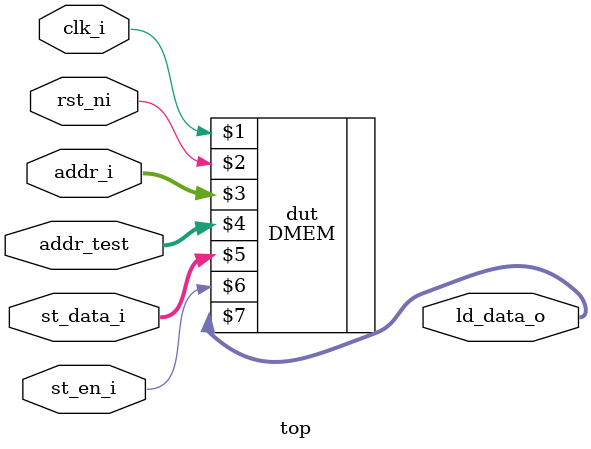
<source format=sv>

module top#(parameter n=8,address=11)
(
  input logic clk_i,
  input logic rst_ni,
  input logic [address-1:0] addr_i,//lay 12 bit dia chi 
  input logic [address-1:0] addr_test,//lay 12 bit dia chi 
  input logic [n-1:0] st_data_i,
  input logic st_en_i,
 // input [n-1:0] io_sw_i,
  output  logic [n-1:0] ld_data_o
 /* output reg [n-1:0] io_lcd_o,
  output reg [n-1:0] io_ledg_o,
  output reg [n-1:0] io_ledr_o,
  output reg [n-1:0] io_hex_o*/
);
DMEM#(n,address)  dut(clk_i,rst_ni,addr_i,addr_test,st_data_i,st_en_i,ld_data_o);
endmodule:top	 

/*
module top#(parameter n=4,address=7,m=128)(
	input logic[n-1:0] data_i[0:m-1],
	input logic clk_i,
	input logic [address-1:0] sel,	
	output logic[n-1:0] data_o
);

mux128to1_n#(n) dut(data_i,clk_i,sel,data_o);
endmodule:top
/*
module top#(parameter n=4,m=4096)(
	input logic[n-1:0] data_i[0:m-1],
	input logic clk_i,
	input logic [11:0] sel,	
	output logic[n-1:0] data_o
);
mux4096to1_n#(n) dut(data_i,clk_i,sel,data_o);
endmodule:top
/*
//regfile
module top#(parameter n=32,address=5,m=32) (
	input logic[n-1:0] rd_data_i,
	input logic rd_wr,
	input logic rst_i,
	input logic clk_i,
	input logic[address-1:0] rd_addr_i,
	input logic[address-1:0] rs1_addr_i,
	input logic[address-1:0] rs2_addr_i,
	output logic[n-1:0] rs1_data_o,
	output logic[n-1:0] rs2_data_o
);
regfile#(n,address,m) dut(rd_data_i,rd_wr,rst_i,clk_i,rd_addr_i,rs1_addr_i,rs2_addr_i,rs1_data_o,rs2_data_o);
endmodule:top
/*
//bo so sanh
/*
module top#(parameter n=32)(
	input logic[n-1:0] rs1_d_i,
	input logic[n-1:0] rs2_d_i,
	input logic br_signed, //=0 unsigned
	input logic clk_i,	
	output logic br_less_o,
	output logic br_equal_o
);
brcomp#(n) dut(rs1_d_i,rs2_d_i,br_signed,clk_i,br_less_o,br_equal_o);
endmodule:top 
//*
//decoder
module top#(parameter n=32) (instr_i,clk_i,rs1_addr_o,rs2_addr_o,rd_addr_o,imm_o,alu_op_o,operand_b_sel_o,operand_a_sel_o,is_B_o,is_J_o,is_load_o,is_U_o,is_I_o,is_S_o,is_R_o);
    input  logic [n-1:0] instr_i;
    input  logic clk_i;
    output logic [4:0] rs1_addr_o;
    output logic [4:0] rs2_addr_o;
    output logic [4:0] rd_addr_o; //dia chi rd
    output logic [n-1:0] imm_o;   //gia tri imm
    output logic [3:0] alu_op_o; //mac dinh lenh add
    output logic operand_b_sel_o; //=0 chon r2
    output logic operand_a_sel_o; //=0 chon r1
    output logic is_B_o;  //=1 neu la B-format
    output logic is_J_o;  //=1 neu la J-format
    output logic is_load_o;//=1 neu la lenh load
    output logic is_U_o;
    output logic is_I_o;
    output logic is_S_o;
    output logic is_R_o;
 decoder#(n)  dut(instr_i,clk_i,rs1_addr_o,rs2_addr_o,rd_addr_o,imm_o,alu_op_o,operand_b_sel_o,operand_a_sel_o,is_B_o,is_J_o,is_load_o,is_U_o,is_I_o,is_S_o,is_R_o);
endmodule:top


/*
//soda
module top(
	input logic nickle_i,
	input logic dime_i,
	input logic quater_i,
	input logic clk_i,
	input logic rst_i,
	output logic soda_o,
	output logic[2:0] change_o
);

soda_1  dut(nickle_i,dime_i,quater_i,clk_i,rst_i,soda_o,change_o);
endmodule:top



/*module top#(parameter n=8,address=3,m=8)(Rx_i,ena_wr_i,wr_i,clk_wr_i,clk_rd_i,clk_i,Tx_o,rd_o,round,fl_full_b,rst_start,clk_Sync);
input logic Rx_i,ena_wr_i,clk_i,clk_rd_i,clk_wr_i;
input logic[n-1:0] wr_i;
output logic Tx_o,clk_Sync,rst_start;
output logic [n-1:0] rd_o;
output logic  round;
output logic fl_full_b;


uart#(n,address,m) dut(Rx_i,ena_wr_i,wr_i,clk_wr_i,clk_rd_i,clk_i,Tx_o,rd_o,round,fl_full_b,rst_start,clk_Sync);

endmodule: top
///*
//mining
module top(Rx_i,clk_i,Tx_o,fl_end,nonce_o);
input	logic Rx_i,clk_i;
output	logic Tx_o,fl_end;
output logic[31:0] nonce_o;
mining dut(Rx_i,clk_i,Tx_o,fl_end,nonce_o);
endmodule:top
/*

module top#(parameter n=32,address=4,m=16) (wr_i,ena_wr,clk_wr,ena_rd,clk_rd,rst_i,clk_i,data_o,fl_end,fl_full,clk_Sync);
input logic[n-1:0] wr_i;
input logic rst_i,clk_i,ena_wr,ena_rd;
input logic clk_wr,clk_rd;
output logic fl_end;
output logic[n-1:0]  data_o[0:m-1];
output	logic clk_Sync;
output logic fl_full;
AsynFIFO_n_m#(n,address,m) dut(wr_i,ena_wr,clk_wr,ena_rd,clk_rd,rst_i,clk_i,data_o,fl_end,fl_full,clk_Sync);
endmodule:top
/*
module top#(parameter m=8)(rst_i,clk_i,data_o);
input logic rst_i,clk_i;
output logic[m-1:0] data_o[0:1];
 decoder#(m) dut(rst_i,clk_i,data_o);
 endmodule:top
/*
module top#(parameter n=32) (operand0_i,operand1_i,alu_op_i,clk_i,alu_data_o,bru_exp_o);
input logic[n-1:0] operand0_i,operand1_i;
input logic[3:0] alu_op_i;
input logic clk_i;
output logic[n-1:0] alu_data_o;
output logic bru_exp_o;
 alu_n#(n) dut(operand0_i,operand1_i,alu_op_i,clk_i,alu_data_o,bru_exp_o);
endmodule:top

*/

</source>
